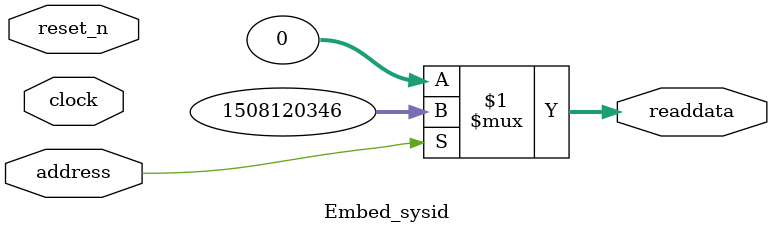
<source format=v>



// synthesis translate_off
`timescale 1ns / 1ps
// synthesis translate_on

// turn off superfluous verilog processor warnings 
// altera message_level Level1 
// altera message_off 10034 10035 10036 10037 10230 10240 10030 

module Embed_sysid (
               // inputs:
                address,
                clock,
                reset_n,

               // outputs:
                readdata
             )
;

  output  [ 31: 0] readdata;
  input            address;
  input            clock;
  input            reset_n;

  wire    [ 31: 0] readdata;
  //control_slave, which is an e_avalon_slave
  assign readdata = address ? 1508120346 : 0;

endmodule



</source>
